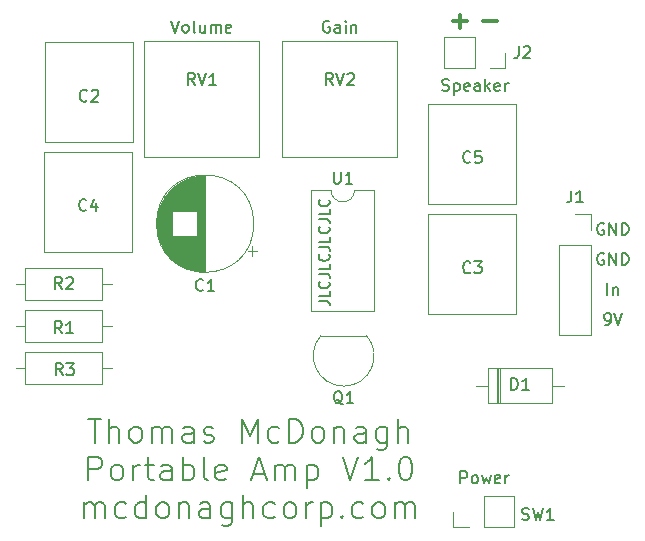
<source format=gbr>
G04 #@! TF.GenerationSoftware,KiCad,Pcbnew,(5.1.6)-1*
G04 #@! TF.CreationDate,2021-04-21T08:47:47-05:00*
G04 #@! TF.ProjectId,PortableAmp,506f7274-6162-46c6-9541-6d702e6b6963,rev?*
G04 #@! TF.SameCoordinates,Original*
G04 #@! TF.FileFunction,Legend,Top*
G04 #@! TF.FilePolarity,Positive*
%FSLAX46Y46*%
G04 Gerber Fmt 4.6, Leading zero omitted, Abs format (unit mm)*
G04 Created by KiCad (PCBNEW (5.1.6)-1) date 2021-04-21 08:47:47*
%MOMM*%
%LPD*%
G01*
G04 APERTURE LIST*
%ADD10C,0.150000*%
%ADD11C,0.200000*%
%ADD12C,0.300000*%
%ADD13C,0.120000*%
G04 APERTURE END LIST*
D10*
X142295809Y-115452380D02*
X142295809Y-114452380D01*
X142676761Y-114452380D01*
X142772000Y-114500000D01*
X142819619Y-114547619D01*
X142867238Y-114642857D01*
X142867238Y-114785714D01*
X142819619Y-114880952D01*
X142772000Y-114928571D01*
X142676761Y-114976190D01*
X142295809Y-114976190D01*
X143438666Y-115452380D02*
X143343428Y-115404761D01*
X143295809Y-115357142D01*
X143248190Y-115261904D01*
X143248190Y-114976190D01*
X143295809Y-114880952D01*
X143343428Y-114833333D01*
X143438666Y-114785714D01*
X143581523Y-114785714D01*
X143676761Y-114833333D01*
X143724380Y-114880952D01*
X143772000Y-114976190D01*
X143772000Y-115261904D01*
X143724380Y-115357142D01*
X143676761Y-115404761D01*
X143581523Y-115452380D01*
X143438666Y-115452380D01*
X144105333Y-114785714D02*
X144295809Y-115452380D01*
X144486285Y-114976190D01*
X144676761Y-115452380D01*
X144867238Y-114785714D01*
X145629142Y-115404761D02*
X145533904Y-115452380D01*
X145343428Y-115452380D01*
X145248190Y-115404761D01*
X145200571Y-115309523D01*
X145200571Y-114928571D01*
X145248190Y-114833333D01*
X145343428Y-114785714D01*
X145533904Y-114785714D01*
X145629142Y-114833333D01*
X145676761Y-114928571D01*
X145676761Y-115023809D01*
X145200571Y-115119047D01*
X146105333Y-115452380D02*
X146105333Y-114785714D01*
X146105333Y-114976190D02*
X146152952Y-114880952D01*
X146200571Y-114833333D01*
X146295809Y-114785714D01*
X146391047Y-114785714D01*
D11*
X110745714Y-110004761D02*
X111888571Y-110004761D01*
X111317142Y-112004761D02*
X111317142Y-110004761D01*
X112555238Y-112004761D02*
X112555238Y-110004761D01*
X113412380Y-112004761D02*
X113412380Y-110957142D01*
X113317142Y-110766666D01*
X113126666Y-110671428D01*
X112840952Y-110671428D01*
X112650476Y-110766666D01*
X112555238Y-110861904D01*
X114650476Y-112004761D02*
X114460000Y-111909523D01*
X114364761Y-111814285D01*
X114269523Y-111623809D01*
X114269523Y-111052380D01*
X114364761Y-110861904D01*
X114460000Y-110766666D01*
X114650476Y-110671428D01*
X114936190Y-110671428D01*
X115126666Y-110766666D01*
X115221904Y-110861904D01*
X115317142Y-111052380D01*
X115317142Y-111623809D01*
X115221904Y-111814285D01*
X115126666Y-111909523D01*
X114936190Y-112004761D01*
X114650476Y-112004761D01*
X116174285Y-112004761D02*
X116174285Y-110671428D01*
X116174285Y-110861904D02*
X116269523Y-110766666D01*
X116460000Y-110671428D01*
X116745714Y-110671428D01*
X116936190Y-110766666D01*
X117031428Y-110957142D01*
X117031428Y-112004761D01*
X117031428Y-110957142D02*
X117126666Y-110766666D01*
X117317142Y-110671428D01*
X117602857Y-110671428D01*
X117793333Y-110766666D01*
X117888571Y-110957142D01*
X117888571Y-112004761D01*
X119698095Y-112004761D02*
X119698095Y-110957142D01*
X119602857Y-110766666D01*
X119412380Y-110671428D01*
X119031428Y-110671428D01*
X118840952Y-110766666D01*
X119698095Y-111909523D02*
X119507619Y-112004761D01*
X119031428Y-112004761D01*
X118840952Y-111909523D01*
X118745714Y-111719047D01*
X118745714Y-111528571D01*
X118840952Y-111338095D01*
X119031428Y-111242857D01*
X119507619Y-111242857D01*
X119698095Y-111147619D01*
X120555238Y-111909523D02*
X120745714Y-112004761D01*
X121126666Y-112004761D01*
X121317142Y-111909523D01*
X121412380Y-111719047D01*
X121412380Y-111623809D01*
X121317142Y-111433333D01*
X121126666Y-111338095D01*
X120840952Y-111338095D01*
X120650476Y-111242857D01*
X120555238Y-111052380D01*
X120555238Y-110957142D01*
X120650476Y-110766666D01*
X120840952Y-110671428D01*
X121126666Y-110671428D01*
X121317142Y-110766666D01*
X123793333Y-112004761D02*
X123793333Y-110004761D01*
X124460000Y-111433333D01*
X125126666Y-110004761D01*
X125126666Y-112004761D01*
X126936190Y-111909523D02*
X126745714Y-112004761D01*
X126364761Y-112004761D01*
X126174285Y-111909523D01*
X126079047Y-111814285D01*
X125983809Y-111623809D01*
X125983809Y-111052380D01*
X126079047Y-110861904D01*
X126174285Y-110766666D01*
X126364761Y-110671428D01*
X126745714Y-110671428D01*
X126936190Y-110766666D01*
X127793333Y-112004761D02*
X127793333Y-110004761D01*
X128269523Y-110004761D01*
X128555238Y-110100000D01*
X128745714Y-110290476D01*
X128840952Y-110480952D01*
X128936190Y-110861904D01*
X128936190Y-111147619D01*
X128840952Y-111528571D01*
X128745714Y-111719047D01*
X128555238Y-111909523D01*
X128269523Y-112004761D01*
X127793333Y-112004761D01*
X130079047Y-112004761D02*
X129888571Y-111909523D01*
X129793333Y-111814285D01*
X129698095Y-111623809D01*
X129698095Y-111052380D01*
X129793333Y-110861904D01*
X129888571Y-110766666D01*
X130079047Y-110671428D01*
X130364761Y-110671428D01*
X130555238Y-110766666D01*
X130650476Y-110861904D01*
X130745714Y-111052380D01*
X130745714Y-111623809D01*
X130650476Y-111814285D01*
X130555238Y-111909523D01*
X130364761Y-112004761D01*
X130079047Y-112004761D01*
X131602857Y-110671428D02*
X131602857Y-112004761D01*
X131602857Y-110861904D02*
X131698095Y-110766666D01*
X131888571Y-110671428D01*
X132174285Y-110671428D01*
X132364761Y-110766666D01*
X132460000Y-110957142D01*
X132460000Y-112004761D01*
X134269523Y-112004761D02*
X134269523Y-110957142D01*
X134174285Y-110766666D01*
X133983809Y-110671428D01*
X133602857Y-110671428D01*
X133412380Y-110766666D01*
X134269523Y-111909523D02*
X134079047Y-112004761D01*
X133602857Y-112004761D01*
X133412380Y-111909523D01*
X133317142Y-111719047D01*
X133317142Y-111528571D01*
X133412380Y-111338095D01*
X133602857Y-111242857D01*
X134079047Y-111242857D01*
X134269523Y-111147619D01*
X136079047Y-110671428D02*
X136079047Y-112290476D01*
X135983809Y-112480952D01*
X135888571Y-112576190D01*
X135698095Y-112671428D01*
X135412380Y-112671428D01*
X135221904Y-112576190D01*
X136079047Y-111909523D02*
X135888571Y-112004761D01*
X135507619Y-112004761D01*
X135317142Y-111909523D01*
X135221904Y-111814285D01*
X135126666Y-111623809D01*
X135126666Y-111052380D01*
X135221904Y-110861904D01*
X135317142Y-110766666D01*
X135507619Y-110671428D01*
X135888571Y-110671428D01*
X136079047Y-110766666D01*
X137031428Y-112004761D02*
X137031428Y-110004761D01*
X137888571Y-112004761D02*
X137888571Y-110957142D01*
X137793333Y-110766666D01*
X137602857Y-110671428D01*
X137317142Y-110671428D01*
X137126666Y-110766666D01*
X137031428Y-110861904D01*
X110793333Y-115204761D02*
X110793333Y-113204761D01*
X111555238Y-113204761D01*
X111745714Y-113300000D01*
X111840952Y-113395238D01*
X111936190Y-113585714D01*
X111936190Y-113871428D01*
X111840952Y-114061904D01*
X111745714Y-114157142D01*
X111555238Y-114252380D01*
X110793333Y-114252380D01*
X113079047Y-115204761D02*
X112888571Y-115109523D01*
X112793333Y-115014285D01*
X112698095Y-114823809D01*
X112698095Y-114252380D01*
X112793333Y-114061904D01*
X112888571Y-113966666D01*
X113079047Y-113871428D01*
X113364761Y-113871428D01*
X113555238Y-113966666D01*
X113650476Y-114061904D01*
X113745714Y-114252380D01*
X113745714Y-114823809D01*
X113650476Y-115014285D01*
X113555238Y-115109523D01*
X113364761Y-115204761D01*
X113079047Y-115204761D01*
X114602857Y-115204761D02*
X114602857Y-113871428D01*
X114602857Y-114252380D02*
X114698095Y-114061904D01*
X114793333Y-113966666D01*
X114983809Y-113871428D01*
X115174285Y-113871428D01*
X115555238Y-113871428D02*
X116317142Y-113871428D01*
X115840952Y-113204761D02*
X115840952Y-114919047D01*
X115936190Y-115109523D01*
X116126666Y-115204761D01*
X116317142Y-115204761D01*
X117840952Y-115204761D02*
X117840952Y-114157142D01*
X117745714Y-113966666D01*
X117555238Y-113871428D01*
X117174285Y-113871428D01*
X116983809Y-113966666D01*
X117840952Y-115109523D02*
X117650476Y-115204761D01*
X117174285Y-115204761D01*
X116983809Y-115109523D01*
X116888571Y-114919047D01*
X116888571Y-114728571D01*
X116983809Y-114538095D01*
X117174285Y-114442857D01*
X117650476Y-114442857D01*
X117840952Y-114347619D01*
X118793333Y-115204761D02*
X118793333Y-113204761D01*
X118793333Y-113966666D02*
X118983809Y-113871428D01*
X119364761Y-113871428D01*
X119555238Y-113966666D01*
X119650476Y-114061904D01*
X119745714Y-114252380D01*
X119745714Y-114823809D01*
X119650476Y-115014285D01*
X119555238Y-115109523D01*
X119364761Y-115204761D01*
X118983809Y-115204761D01*
X118793333Y-115109523D01*
X120888571Y-115204761D02*
X120698095Y-115109523D01*
X120602857Y-114919047D01*
X120602857Y-113204761D01*
X122412380Y-115109523D02*
X122221904Y-115204761D01*
X121840952Y-115204761D01*
X121650476Y-115109523D01*
X121555238Y-114919047D01*
X121555238Y-114157142D01*
X121650476Y-113966666D01*
X121840952Y-113871428D01*
X122221904Y-113871428D01*
X122412380Y-113966666D01*
X122507619Y-114157142D01*
X122507619Y-114347619D01*
X121555238Y-114538095D01*
X124793333Y-114633333D02*
X125745714Y-114633333D01*
X124602857Y-115204761D02*
X125269523Y-113204761D01*
X125936190Y-115204761D01*
X126602857Y-115204761D02*
X126602857Y-113871428D01*
X126602857Y-114061904D02*
X126698095Y-113966666D01*
X126888571Y-113871428D01*
X127174285Y-113871428D01*
X127364761Y-113966666D01*
X127460000Y-114157142D01*
X127460000Y-115204761D01*
X127460000Y-114157142D02*
X127555238Y-113966666D01*
X127745714Y-113871428D01*
X128031428Y-113871428D01*
X128221904Y-113966666D01*
X128317142Y-114157142D01*
X128317142Y-115204761D01*
X129269523Y-113871428D02*
X129269523Y-115871428D01*
X129269523Y-113966666D02*
X129460000Y-113871428D01*
X129840952Y-113871428D01*
X130031428Y-113966666D01*
X130126666Y-114061904D01*
X130221904Y-114252380D01*
X130221904Y-114823809D01*
X130126666Y-115014285D01*
X130031428Y-115109523D01*
X129840952Y-115204761D01*
X129460000Y-115204761D01*
X129269523Y-115109523D01*
X132317142Y-113204761D02*
X132983809Y-115204761D01*
X133650476Y-113204761D01*
X135364761Y-115204761D02*
X134221904Y-115204761D01*
X134793333Y-115204761D02*
X134793333Y-113204761D01*
X134602857Y-113490476D01*
X134412380Y-113680952D01*
X134221904Y-113776190D01*
X136221904Y-115014285D02*
X136317142Y-115109523D01*
X136221904Y-115204761D01*
X136126666Y-115109523D01*
X136221904Y-115014285D01*
X136221904Y-115204761D01*
X137555238Y-113204761D02*
X137745714Y-113204761D01*
X137936190Y-113300000D01*
X138031428Y-113395238D01*
X138126666Y-113585714D01*
X138221904Y-113966666D01*
X138221904Y-114442857D01*
X138126666Y-114823809D01*
X138031428Y-115014285D01*
X137936190Y-115109523D01*
X137745714Y-115204761D01*
X137555238Y-115204761D01*
X137364761Y-115109523D01*
X137269523Y-115014285D01*
X137174285Y-114823809D01*
X137079047Y-114442857D01*
X137079047Y-113966666D01*
X137174285Y-113585714D01*
X137269523Y-113395238D01*
X137364761Y-113300000D01*
X137555238Y-113204761D01*
X110460000Y-118404761D02*
X110460000Y-117071428D01*
X110460000Y-117261904D02*
X110555238Y-117166666D01*
X110745714Y-117071428D01*
X111031428Y-117071428D01*
X111221904Y-117166666D01*
X111317142Y-117357142D01*
X111317142Y-118404761D01*
X111317142Y-117357142D02*
X111412380Y-117166666D01*
X111602857Y-117071428D01*
X111888571Y-117071428D01*
X112079047Y-117166666D01*
X112174285Y-117357142D01*
X112174285Y-118404761D01*
X113983809Y-118309523D02*
X113793333Y-118404761D01*
X113412380Y-118404761D01*
X113221904Y-118309523D01*
X113126666Y-118214285D01*
X113031428Y-118023809D01*
X113031428Y-117452380D01*
X113126666Y-117261904D01*
X113221904Y-117166666D01*
X113412380Y-117071428D01*
X113793333Y-117071428D01*
X113983809Y-117166666D01*
X115698095Y-118404761D02*
X115698095Y-116404761D01*
X115698095Y-118309523D02*
X115507619Y-118404761D01*
X115126666Y-118404761D01*
X114936190Y-118309523D01*
X114840952Y-118214285D01*
X114745714Y-118023809D01*
X114745714Y-117452380D01*
X114840952Y-117261904D01*
X114936190Y-117166666D01*
X115126666Y-117071428D01*
X115507619Y-117071428D01*
X115698095Y-117166666D01*
X116936190Y-118404761D02*
X116745714Y-118309523D01*
X116650476Y-118214285D01*
X116555238Y-118023809D01*
X116555238Y-117452380D01*
X116650476Y-117261904D01*
X116745714Y-117166666D01*
X116936190Y-117071428D01*
X117221904Y-117071428D01*
X117412380Y-117166666D01*
X117507619Y-117261904D01*
X117602857Y-117452380D01*
X117602857Y-118023809D01*
X117507619Y-118214285D01*
X117412380Y-118309523D01*
X117221904Y-118404761D01*
X116936190Y-118404761D01*
X118460000Y-117071428D02*
X118460000Y-118404761D01*
X118460000Y-117261904D02*
X118555238Y-117166666D01*
X118745714Y-117071428D01*
X119031428Y-117071428D01*
X119221904Y-117166666D01*
X119317142Y-117357142D01*
X119317142Y-118404761D01*
X121126666Y-118404761D02*
X121126666Y-117357142D01*
X121031428Y-117166666D01*
X120840952Y-117071428D01*
X120460000Y-117071428D01*
X120269523Y-117166666D01*
X121126666Y-118309523D02*
X120936190Y-118404761D01*
X120460000Y-118404761D01*
X120269523Y-118309523D01*
X120174285Y-118119047D01*
X120174285Y-117928571D01*
X120269523Y-117738095D01*
X120460000Y-117642857D01*
X120936190Y-117642857D01*
X121126666Y-117547619D01*
X122936190Y-117071428D02*
X122936190Y-118690476D01*
X122840952Y-118880952D01*
X122745714Y-118976190D01*
X122555238Y-119071428D01*
X122269523Y-119071428D01*
X122079047Y-118976190D01*
X122936190Y-118309523D02*
X122745714Y-118404761D01*
X122364761Y-118404761D01*
X122174285Y-118309523D01*
X122079047Y-118214285D01*
X121983809Y-118023809D01*
X121983809Y-117452380D01*
X122079047Y-117261904D01*
X122174285Y-117166666D01*
X122364761Y-117071428D01*
X122745714Y-117071428D01*
X122936190Y-117166666D01*
X123888571Y-118404761D02*
X123888571Y-116404761D01*
X124745714Y-118404761D02*
X124745714Y-117357142D01*
X124650476Y-117166666D01*
X124460000Y-117071428D01*
X124174285Y-117071428D01*
X123983809Y-117166666D01*
X123888571Y-117261904D01*
X126555238Y-118309523D02*
X126364761Y-118404761D01*
X125983809Y-118404761D01*
X125793333Y-118309523D01*
X125698095Y-118214285D01*
X125602857Y-118023809D01*
X125602857Y-117452380D01*
X125698095Y-117261904D01*
X125793333Y-117166666D01*
X125983809Y-117071428D01*
X126364761Y-117071428D01*
X126555238Y-117166666D01*
X127698095Y-118404761D02*
X127507619Y-118309523D01*
X127412380Y-118214285D01*
X127317142Y-118023809D01*
X127317142Y-117452380D01*
X127412380Y-117261904D01*
X127507619Y-117166666D01*
X127698095Y-117071428D01*
X127983809Y-117071428D01*
X128174285Y-117166666D01*
X128269523Y-117261904D01*
X128364761Y-117452380D01*
X128364761Y-118023809D01*
X128269523Y-118214285D01*
X128174285Y-118309523D01*
X127983809Y-118404761D01*
X127698095Y-118404761D01*
X129221904Y-118404761D02*
X129221904Y-117071428D01*
X129221904Y-117452380D02*
X129317142Y-117261904D01*
X129412380Y-117166666D01*
X129602857Y-117071428D01*
X129793333Y-117071428D01*
X130460000Y-117071428D02*
X130460000Y-119071428D01*
X130460000Y-117166666D02*
X130650476Y-117071428D01*
X131031428Y-117071428D01*
X131221904Y-117166666D01*
X131317142Y-117261904D01*
X131412380Y-117452380D01*
X131412380Y-118023809D01*
X131317142Y-118214285D01*
X131221904Y-118309523D01*
X131031428Y-118404761D01*
X130650476Y-118404761D01*
X130460000Y-118309523D01*
X132269523Y-118214285D02*
X132364761Y-118309523D01*
X132269523Y-118404761D01*
X132174285Y-118309523D01*
X132269523Y-118214285D01*
X132269523Y-118404761D01*
X134079047Y-118309523D02*
X133888571Y-118404761D01*
X133507619Y-118404761D01*
X133317142Y-118309523D01*
X133221904Y-118214285D01*
X133126666Y-118023809D01*
X133126666Y-117452380D01*
X133221904Y-117261904D01*
X133317142Y-117166666D01*
X133507619Y-117071428D01*
X133888571Y-117071428D01*
X134079047Y-117166666D01*
X135221904Y-118404761D02*
X135031428Y-118309523D01*
X134936190Y-118214285D01*
X134840952Y-118023809D01*
X134840952Y-117452380D01*
X134936190Y-117261904D01*
X135031428Y-117166666D01*
X135221904Y-117071428D01*
X135507619Y-117071428D01*
X135698095Y-117166666D01*
X135793333Y-117261904D01*
X135888571Y-117452380D01*
X135888571Y-118023809D01*
X135793333Y-118214285D01*
X135698095Y-118309523D01*
X135507619Y-118404761D01*
X135221904Y-118404761D01*
X136745714Y-118404761D02*
X136745714Y-117071428D01*
X136745714Y-117261904D02*
X136840952Y-117166666D01*
X137031428Y-117071428D01*
X137317142Y-117071428D01*
X137507619Y-117166666D01*
X137602857Y-117357142D01*
X137602857Y-118404761D01*
X137602857Y-117357142D02*
X137698095Y-117166666D01*
X137888571Y-117071428D01*
X138174285Y-117071428D01*
X138364761Y-117166666D01*
X138460000Y-117357142D01*
X138460000Y-118404761D01*
D10*
X131199047Y-76335000D02*
X131103809Y-76287380D01*
X130960952Y-76287380D01*
X130818095Y-76335000D01*
X130722857Y-76430238D01*
X130675238Y-76525476D01*
X130627619Y-76715952D01*
X130627619Y-76858809D01*
X130675238Y-77049285D01*
X130722857Y-77144523D01*
X130818095Y-77239761D01*
X130960952Y-77287380D01*
X131056190Y-77287380D01*
X131199047Y-77239761D01*
X131246666Y-77192142D01*
X131246666Y-76858809D01*
X131056190Y-76858809D01*
X132103809Y-77287380D02*
X132103809Y-76763571D01*
X132056190Y-76668333D01*
X131960952Y-76620714D01*
X131770476Y-76620714D01*
X131675238Y-76668333D01*
X132103809Y-77239761D02*
X132008571Y-77287380D01*
X131770476Y-77287380D01*
X131675238Y-77239761D01*
X131627619Y-77144523D01*
X131627619Y-77049285D01*
X131675238Y-76954047D01*
X131770476Y-76906428D01*
X132008571Y-76906428D01*
X132103809Y-76858809D01*
X132580000Y-77287380D02*
X132580000Y-76620714D01*
X132580000Y-76287380D02*
X132532380Y-76335000D01*
X132580000Y-76382619D01*
X132627619Y-76335000D01*
X132580000Y-76287380D01*
X132580000Y-76382619D01*
X133056190Y-76620714D02*
X133056190Y-77287380D01*
X133056190Y-76715952D02*
X133103809Y-76668333D01*
X133199047Y-76620714D01*
X133341904Y-76620714D01*
X133437142Y-76668333D01*
X133484761Y-76763571D01*
X133484761Y-77287380D01*
X117800761Y-76287380D02*
X118134095Y-77287380D01*
X118467428Y-76287380D01*
X118943619Y-77287380D02*
X118848380Y-77239761D01*
X118800761Y-77192142D01*
X118753142Y-77096904D01*
X118753142Y-76811190D01*
X118800761Y-76715952D01*
X118848380Y-76668333D01*
X118943619Y-76620714D01*
X119086476Y-76620714D01*
X119181714Y-76668333D01*
X119229333Y-76715952D01*
X119276952Y-76811190D01*
X119276952Y-77096904D01*
X119229333Y-77192142D01*
X119181714Y-77239761D01*
X119086476Y-77287380D01*
X118943619Y-77287380D01*
X119848380Y-77287380D02*
X119753142Y-77239761D01*
X119705523Y-77144523D01*
X119705523Y-76287380D01*
X120657904Y-76620714D02*
X120657904Y-77287380D01*
X120229333Y-76620714D02*
X120229333Y-77144523D01*
X120276952Y-77239761D01*
X120372190Y-77287380D01*
X120515047Y-77287380D01*
X120610285Y-77239761D01*
X120657904Y-77192142D01*
X121134095Y-77287380D02*
X121134095Y-76620714D01*
X121134095Y-76715952D02*
X121181714Y-76668333D01*
X121276952Y-76620714D01*
X121419809Y-76620714D01*
X121515047Y-76668333D01*
X121562666Y-76763571D01*
X121562666Y-77287380D01*
X121562666Y-76763571D02*
X121610285Y-76668333D01*
X121705523Y-76620714D01*
X121848380Y-76620714D01*
X121943619Y-76668333D01*
X121991238Y-76763571D01*
X121991238Y-77287380D01*
X122848380Y-77239761D02*
X122753142Y-77287380D01*
X122562666Y-77287380D01*
X122467428Y-77239761D01*
X122419809Y-77144523D01*
X122419809Y-76763571D01*
X122467428Y-76668333D01*
X122562666Y-76620714D01*
X122753142Y-76620714D01*
X122848380Y-76668333D01*
X122896000Y-76763571D01*
X122896000Y-76858809D01*
X122419809Y-76954047D01*
X130317142Y-100042142D02*
X130960000Y-100042142D01*
X131088571Y-100085000D01*
X131174285Y-100170714D01*
X131217142Y-100299285D01*
X131217142Y-100385000D01*
X131217142Y-99185000D02*
X131217142Y-99613571D01*
X130317142Y-99613571D01*
X131131428Y-98370714D02*
X131174285Y-98413571D01*
X131217142Y-98542142D01*
X131217142Y-98627857D01*
X131174285Y-98756428D01*
X131088571Y-98842142D01*
X131002857Y-98885000D01*
X130831428Y-98927857D01*
X130702857Y-98927857D01*
X130531428Y-98885000D01*
X130445714Y-98842142D01*
X130360000Y-98756428D01*
X130317142Y-98627857D01*
X130317142Y-98542142D01*
X130360000Y-98413571D01*
X130402857Y-98370714D01*
X130317142Y-97727857D02*
X130960000Y-97727857D01*
X131088571Y-97770714D01*
X131174285Y-97856428D01*
X131217142Y-97985000D01*
X131217142Y-98070714D01*
X131217142Y-96870714D02*
X131217142Y-97299285D01*
X130317142Y-97299285D01*
X131131428Y-96056428D02*
X131174285Y-96099285D01*
X131217142Y-96227857D01*
X131217142Y-96313571D01*
X131174285Y-96442142D01*
X131088571Y-96527857D01*
X131002857Y-96570714D01*
X130831428Y-96613571D01*
X130702857Y-96613571D01*
X130531428Y-96570714D01*
X130445714Y-96527857D01*
X130360000Y-96442142D01*
X130317142Y-96313571D01*
X130317142Y-96227857D01*
X130360000Y-96099285D01*
X130402857Y-96056428D01*
X130317142Y-95413571D02*
X130960000Y-95413571D01*
X131088571Y-95456428D01*
X131174285Y-95542142D01*
X131217142Y-95670714D01*
X131217142Y-95756428D01*
X131217142Y-94556428D02*
X131217142Y-94985000D01*
X130317142Y-94985000D01*
X131131428Y-93742142D02*
X131174285Y-93785000D01*
X131217142Y-93913571D01*
X131217142Y-93999285D01*
X131174285Y-94127857D01*
X131088571Y-94213571D01*
X131002857Y-94256428D01*
X130831428Y-94299285D01*
X130702857Y-94299285D01*
X130531428Y-94256428D01*
X130445714Y-94213571D01*
X130360000Y-94127857D01*
X130317142Y-93999285D01*
X130317142Y-93913571D01*
X130360000Y-93785000D01*
X130402857Y-93742142D01*
X130317142Y-93099285D02*
X130960000Y-93099285D01*
X131088571Y-93142142D01*
X131174285Y-93227857D01*
X131217142Y-93356428D01*
X131217142Y-93442142D01*
X131217142Y-92242142D02*
X131217142Y-92670714D01*
X130317142Y-92670714D01*
X131131428Y-91427857D02*
X131174285Y-91470714D01*
X131217142Y-91599285D01*
X131217142Y-91685000D01*
X131174285Y-91813571D01*
X131088571Y-91899285D01*
X131002857Y-91942142D01*
X130831428Y-91985000D01*
X130702857Y-91985000D01*
X130531428Y-91942142D01*
X130445714Y-91899285D01*
X130360000Y-91813571D01*
X130317142Y-91685000D01*
X130317142Y-91599285D01*
X130360000Y-91470714D01*
X130402857Y-91427857D01*
D12*
X144208571Y-76337142D02*
X145351428Y-76337142D01*
X141668571Y-76337142D02*
X142811428Y-76337142D01*
X142240000Y-76908571D02*
X142240000Y-75765714D01*
D10*
X140748095Y-82174761D02*
X140890952Y-82222380D01*
X141129047Y-82222380D01*
X141224285Y-82174761D01*
X141271904Y-82127142D01*
X141319523Y-82031904D01*
X141319523Y-81936666D01*
X141271904Y-81841428D01*
X141224285Y-81793809D01*
X141129047Y-81746190D01*
X140938571Y-81698571D01*
X140843333Y-81650952D01*
X140795714Y-81603333D01*
X140748095Y-81508095D01*
X140748095Y-81412857D01*
X140795714Y-81317619D01*
X140843333Y-81270000D01*
X140938571Y-81222380D01*
X141176666Y-81222380D01*
X141319523Y-81270000D01*
X141748095Y-81555714D02*
X141748095Y-82555714D01*
X141748095Y-81603333D02*
X141843333Y-81555714D01*
X142033809Y-81555714D01*
X142129047Y-81603333D01*
X142176666Y-81650952D01*
X142224285Y-81746190D01*
X142224285Y-82031904D01*
X142176666Y-82127142D01*
X142129047Y-82174761D01*
X142033809Y-82222380D01*
X141843333Y-82222380D01*
X141748095Y-82174761D01*
X143033809Y-82174761D02*
X142938571Y-82222380D01*
X142748095Y-82222380D01*
X142652857Y-82174761D01*
X142605238Y-82079523D01*
X142605238Y-81698571D01*
X142652857Y-81603333D01*
X142748095Y-81555714D01*
X142938571Y-81555714D01*
X143033809Y-81603333D01*
X143081428Y-81698571D01*
X143081428Y-81793809D01*
X142605238Y-81889047D01*
X143938571Y-82222380D02*
X143938571Y-81698571D01*
X143890952Y-81603333D01*
X143795714Y-81555714D01*
X143605238Y-81555714D01*
X143510000Y-81603333D01*
X143938571Y-82174761D02*
X143843333Y-82222380D01*
X143605238Y-82222380D01*
X143510000Y-82174761D01*
X143462380Y-82079523D01*
X143462380Y-81984285D01*
X143510000Y-81889047D01*
X143605238Y-81841428D01*
X143843333Y-81841428D01*
X143938571Y-81793809D01*
X144414761Y-82222380D02*
X144414761Y-81222380D01*
X144510000Y-81841428D02*
X144795714Y-82222380D01*
X144795714Y-81555714D02*
X144414761Y-81936666D01*
X145605238Y-82174761D02*
X145510000Y-82222380D01*
X145319523Y-82222380D01*
X145224285Y-82174761D01*
X145176666Y-82079523D01*
X145176666Y-81698571D01*
X145224285Y-81603333D01*
X145319523Y-81555714D01*
X145510000Y-81555714D01*
X145605238Y-81603333D01*
X145652857Y-81698571D01*
X145652857Y-81793809D01*
X145176666Y-81889047D01*
X146081428Y-82222380D02*
X146081428Y-81555714D01*
X146081428Y-81746190D02*
X146129047Y-81650952D01*
X146176666Y-81603333D01*
X146271904Y-81555714D01*
X146367142Y-81555714D01*
X154432095Y-93480000D02*
X154336857Y-93432380D01*
X154194000Y-93432380D01*
X154051142Y-93480000D01*
X153955904Y-93575238D01*
X153908285Y-93670476D01*
X153860666Y-93860952D01*
X153860666Y-94003809D01*
X153908285Y-94194285D01*
X153955904Y-94289523D01*
X154051142Y-94384761D01*
X154194000Y-94432380D01*
X154289238Y-94432380D01*
X154432095Y-94384761D01*
X154479714Y-94337142D01*
X154479714Y-94003809D01*
X154289238Y-94003809D01*
X154908285Y-94432380D02*
X154908285Y-93432380D01*
X155479714Y-94432380D01*
X155479714Y-93432380D01*
X155955904Y-94432380D02*
X155955904Y-93432380D01*
X156194000Y-93432380D01*
X156336857Y-93480000D01*
X156432095Y-93575238D01*
X156479714Y-93670476D01*
X156527333Y-93860952D01*
X156527333Y-94003809D01*
X156479714Y-94194285D01*
X156432095Y-94289523D01*
X156336857Y-94384761D01*
X156194000Y-94432380D01*
X155955904Y-94432380D01*
X154432095Y-96020000D02*
X154336857Y-95972380D01*
X154194000Y-95972380D01*
X154051142Y-96020000D01*
X153955904Y-96115238D01*
X153908285Y-96210476D01*
X153860666Y-96400952D01*
X153860666Y-96543809D01*
X153908285Y-96734285D01*
X153955904Y-96829523D01*
X154051142Y-96924761D01*
X154194000Y-96972380D01*
X154289238Y-96972380D01*
X154432095Y-96924761D01*
X154479714Y-96877142D01*
X154479714Y-96543809D01*
X154289238Y-96543809D01*
X154908285Y-96972380D02*
X154908285Y-95972380D01*
X155479714Y-96972380D01*
X155479714Y-95972380D01*
X155955904Y-96972380D02*
X155955904Y-95972380D01*
X156194000Y-95972380D01*
X156336857Y-96020000D01*
X156432095Y-96115238D01*
X156479714Y-96210476D01*
X156527333Y-96400952D01*
X156527333Y-96543809D01*
X156479714Y-96734285D01*
X156432095Y-96829523D01*
X156336857Y-96924761D01*
X156194000Y-96972380D01*
X155955904Y-96972380D01*
X154741619Y-99512380D02*
X154741619Y-98512380D01*
X155217809Y-98845714D02*
X155217809Y-99512380D01*
X155217809Y-98940952D02*
X155265428Y-98893333D01*
X155360666Y-98845714D01*
X155503523Y-98845714D01*
X155598761Y-98893333D01*
X155646380Y-98988571D01*
X155646380Y-99512380D01*
X154574952Y-102052380D02*
X154765428Y-102052380D01*
X154860666Y-102004761D01*
X154908285Y-101957142D01*
X155003523Y-101814285D01*
X155051142Y-101623809D01*
X155051142Y-101242857D01*
X155003523Y-101147619D01*
X154955904Y-101100000D01*
X154860666Y-101052380D01*
X154670190Y-101052380D01*
X154574952Y-101100000D01*
X154527333Y-101147619D01*
X154479714Y-101242857D01*
X154479714Y-101480952D01*
X154527333Y-101576190D01*
X154574952Y-101623809D01*
X154670190Y-101671428D01*
X154860666Y-101671428D01*
X154955904Y-101623809D01*
X155003523Y-101576190D01*
X155051142Y-101480952D01*
X155336857Y-101052380D02*
X155670190Y-102052380D01*
X156003523Y-101052380D01*
D13*
G04 #@! TO.C,C1*
X124798000Y-93472000D02*
G75*
G03*
X124798000Y-93472000I-4120000J0D01*
G01*
X120678000Y-97552000D02*
X120678000Y-89392000D01*
X120638000Y-97552000D02*
X120638000Y-89392000D01*
X120598000Y-97552000D02*
X120598000Y-89392000D01*
X120558000Y-97551000D02*
X120558000Y-89393000D01*
X120518000Y-97549000D02*
X120518000Y-89395000D01*
X120478000Y-97548000D02*
X120478000Y-89396000D01*
X120438000Y-97546000D02*
X120438000Y-89398000D01*
X120398000Y-97543000D02*
X120398000Y-89401000D01*
X120358000Y-97540000D02*
X120358000Y-89404000D01*
X120318000Y-97537000D02*
X120318000Y-89407000D01*
X120278000Y-97533000D02*
X120278000Y-89411000D01*
X120238000Y-97529000D02*
X120238000Y-89415000D01*
X120198000Y-97524000D02*
X120198000Y-89420000D01*
X120158000Y-97520000D02*
X120158000Y-89424000D01*
X120118000Y-97514000D02*
X120118000Y-89430000D01*
X120078000Y-97509000D02*
X120078000Y-89435000D01*
X120038000Y-97502000D02*
X120038000Y-89442000D01*
X119998000Y-97496000D02*
X119998000Y-89448000D01*
X119957000Y-97489000D02*
X119957000Y-94512000D01*
X119957000Y-92432000D02*
X119957000Y-89455000D01*
X119917000Y-97482000D02*
X119917000Y-94512000D01*
X119917000Y-92432000D02*
X119917000Y-89462000D01*
X119877000Y-97474000D02*
X119877000Y-94512000D01*
X119877000Y-92432000D02*
X119877000Y-89470000D01*
X119837000Y-97466000D02*
X119837000Y-94512000D01*
X119837000Y-92432000D02*
X119837000Y-89478000D01*
X119797000Y-97457000D02*
X119797000Y-94512000D01*
X119797000Y-92432000D02*
X119797000Y-89487000D01*
X119757000Y-97448000D02*
X119757000Y-94512000D01*
X119757000Y-92432000D02*
X119757000Y-89496000D01*
X119717000Y-97439000D02*
X119717000Y-94512000D01*
X119717000Y-92432000D02*
X119717000Y-89505000D01*
X119677000Y-97429000D02*
X119677000Y-94512000D01*
X119677000Y-92432000D02*
X119677000Y-89515000D01*
X119637000Y-97419000D02*
X119637000Y-94512000D01*
X119637000Y-92432000D02*
X119637000Y-89525000D01*
X119597000Y-97408000D02*
X119597000Y-94512000D01*
X119597000Y-92432000D02*
X119597000Y-89536000D01*
X119557000Y-97397000D02*
X119557000Y-94512000D01*
X119557000Y-92432000D02*
X119557000Y-89547000D01*
X119517000Y-97386000D02*
X119517000Y-94512000D01*
X119517000Y-92432000D02*
X119517000Y-89558000D01*
X119477000Y-97374000D02*
X119477000Y-94512000D01*
X119477000Y-92432000D02*
X119477000Y-89570000D01*
X119437000Y-97361000D02*
X119437000Y-94512000D01*
X119437000Y-92432000D02*
X119437000Y-89583000D01*
X119397000Y-97349000D02*
X119397000Y-94512000D01*
X119397000Y-92432000D02*
X119397000Y-89595000D01*
X119357000Y-97335000D02*
X119357000Y-94512000D01*
X119357000Y-92432000D02*
X119357000Y-89609000D01*
X119317000Y-97322000D02*
X119317000Y-94512000D01*
X119317000Y-92432000D02*
X119317000Y-89622000D01*
X119277000Y-97307000D02*
X119277000Y-94512000D01*
X119277000Y-92432000D02*
X119277000Y-89637000D01*
X119237000Y-97293000D02*
X119237000Y-94512000D01*
X119237000Y-92432000D02*
X119237000Y-89651000D01*
X119197000Y-97277000D02*
X119197000Y-94512000D01*
X119197000Y-92432000D02*
X119197000Y-89667000D01*
X119157000Y-97262000D02*
X119157000Y-94512000D01*
X119157000Y-92432000D02*
X119157000Y-89682000D01*
X119117000Y-97246000D02*
X119117000Y-94512000D01*
X119117000Y-92432000D02*
X119117000Y-89698000D01*
X119077000Y-97229000D02*
X119077000Y-94512000D01*
X119077000Y-92432000D02*
X119077000Y-89715000D01*
X119037000Y-97212000D02*
X119037000Y-94512000D01*
X119037000Y-92432000D02*
X119037000Y-89732000D01*
X118997000Y-97194000D02*
X118997000Y-94512000D01*
X118997000Y-92432000D02*
X118997000Y-89750000D01*
X118957000Y-97176000D02*
X118957000Y-94512000D01*
X118957000Y-92432000D02*
X118957000Y-89768000D01*
X118917000Y-97158000D02*
X118917000Y-94512000D01*
X118917000Y-92432000D02*
X118917000Y-89786000D01*
X118877000Y-97138000D02*
X118877000Y-94512000D01*
X118877000Y-92432000D02*
X118877000Y-89806000D01*
X118837000Y-97119000D02*
X118837000Y-94512000D01*
X118837000Y-92432000D02*
X118837000Y-89825000D01*
X118797000Y-97099000D02*
X118797000Y-94512000D01*
X118797000Y-92432000D02*
X118797000Y-89845000D01*
X118757000Y-97078000D02*
X118757000Y-94512000D01*
X118757000Y-92432000D02*
X118757000Y-89866000D01*
X118717000Y-97056000D02*
X118717000Y-94512000D01*
X118717000Y-92432000D02*
X118717000Y-89888000D01*
X118677000Y-97034000D02*
X118677000Y-94512000D01*
X118677000Y-92432000D02*
X118677000Y-89910000D01*
X118637000Y-97012000D02*
X118637000Y-94512000D01*
X118637000Y-92432000D02*
X118637000Y-89932000D01*
X118597000Y-96989000D02*
X118597000Y-94512000D01*
X118597000Y-92432000D02*
X118597000Y-89955000D01*
X118557000Y-96965000D02*
X118557000Y-94512000D01*
X118557000Y-92432000D02*
X118557000Y-89979000D01*
X118517000Y-96941000D02*
X118517000Y-94512000D01*
X118517000Y-92432000D02*
X118517000Y-90003000D01*
X118477000Y-96916000D02*
X118477000Y-94512000D01*
X118477000Y-92432000D02*
X118477000Y-90028000D01*
X118437000Y-96890000D02*
X118437000Y-94512000D01*
X118437000Y-92432000D02*
X118437000Y-90054000D01*
X118397000Y-96864000D02*
X118397000Y-94512000D01*
X118397000Y-92432000D02*
X118397000Y-90080000D01*
X118357000Y-96837000D02*
X118357000Y-94512000D01*
X118357000Y-92432000D02*
X118357000Y-90107000D01*
X118317000Y-96810000D02*
X118317000Y-94512000D01*
X118317000Y-92432000D02*
X118317000Y-90134000D01*
X118277000Y-96781000D02*
X118277000Y-94512000D01*
X118277000Y-92432000D02*
X118277000Y-90163000D01*
X118237000Y-96752000D02*
X118237000Y-94512000D01*
X118237000Y-92432000D02*
X118237000Y-90192000D01*
X118197000Y-96722000D02*
X118197000Y-94512000D01*
X118197000Y-92432000D02*
X118197000Y-90222000D01*
X118157000Y-96692000D02*
X118157000Y-94512000D01*
X118157000Y-92432000D02*
X118157000Y-90252000D01*
X118117000Y-96661000D02*
X118117000Y-94512000D01*
X118117000Y-92432000D02*
X118117000Y-90283000D01*
X118077000Y-96628000D02*
X118077000Y-94512000D01*
X118077000Y-92432000D02*
X118077000Y-90316000D01*
X118037000Y-96596000D02*
X118037000Y-94512000D01*
X118037000Y-92432000D02*
X118037000Y-90348000D01*
X117997000Y-96562000D02*
X117997000Y-94512000D01*
X117997000Y-92432000D02*
X117997000Y-90382000D01*
X117957000Y-96527000D02*
X117957000Y-94512000D01*
X117957000Y-92432000D02*
X117957000Y-90417000D01*
X117917000Y-96491000D02*
X117917000Y-94512000D01*
X117917000Y-92432000D02*
X117917000Y-90453000D01*
X117877000Y-96455000D02*
X117877000Y-90489000D01*
X117837000Y-96417000D02*
X117837000Y-90527000D01*
X117797000Y-96379000D02*
X117797000Y-90565000D01*
X117757000Y-96339000D02*
X117757000Y-90605000D01*
X117717000Y-96298000D02*
X117717000Y-90646000D01*
X117677000Y-96256000D02*
X117677000Y-90688000D01*
X117637000Y-96213000D02*
X117637000Y-90731000D01*
X117597000Y-96169000D02*
X117597000Y-90775000D01*
X117557000Y-96123000D02*
X117557000Y-90821000D01*
X117517000Y-96076000D02*
X117517000Y-90868000D01*
X117477000Y-96028000D02*
X117477000Y-90916000D01*
X117437000Y-95977000D02*
X117437000Y-90967000D01*
X117397000Y-95926000D02*
X117397000Y-91018000D01*
X117357000Y-95872000D02*
X117357000Y-91072000D01*
X117317000Y-95817000D02*
X117317000Y-91127000D01*
X117277000Y-95759000D02*
X117277000Y-91185000D01*
X117237000Y-95700000D02*
X117237000Y-91244000D01*
X117197000Y-95638000D02*
X117197000Y-91306000D01*
X117157000Y-95574000D02*
X117157000Y-91370000D01*
X117117000Y-95506000D02*
X117117000Y-91438000D01*
X117077000Y-95436000D02*
X117077000Y-91508000D01*
X117037000Y-95362000D02*
X117037000Y-91582000D01*
X116997000Y-95285000D02*
X116997000Y-91659000D01*
X116957000Y-95203000D02*
X116957000Y-91741000D01*
X116917000Y-95117000D02*
X116917000Y-91827000D01*
X116877000Y-95024000D02*
X116877000Y-91920000D01*
X116837000Y-94925000D02*
X116837000Y-92019000D01*
X116797000Y-94818000D02*
X116797000Y-92126000D01*
X116757000Y-94701000D02*
X116757000Y-92243000D01*
X116717000Y-94570000D02*
X116717000Y-92374000D01*
X116677000Y-94420000D02*
X116677000Y-92524000D01*
X116637000Y-94240000D02*
X116637000Y-92704000D01*
X116597000Y-94005000D02*
X116597000Y-92939000D01*
X125087698Y-95787000D02*
X124287698Y-95787000D01*
X124687698Y-96187000D02*
X124687698Y-95387000D01*
G04 #@! TO.C,C2*
X107127500Y-86587000D02*
X107127500Y-78097000D01*
X114567500Y-86587000D02*
X114567500Y-78097000D01*
X114567500Y-78097000D02*
X107127500Y-78097000D01*
X114567500Y-86587000D02*
X107127500Y-86587000D01*
G04 #@! TO.C,C3*
X147016000Y-101128500D02*
X139576000Y-101128500D01*
X147016000Y-92638500D02*
X139576000Y-92638500D01*
X147016000Y-101128500D02*
X147016000Y-92638500D01*
X139576000Y-101128500D02*
X139576000Y-92638500D01*
G04 #@! TO.C,C4*
X107064000Y-95858000D02*
X107064000Y-87368000D01*
X114504000Y-95858000D02*
X114504000Y-87368000D01*
X114504000Y-87368000D02*
X107064000Y-87368000D01*
X114504000Y-95858000D02*
X107064000Y-95858000D01*
G04 #@! TO.C,C5*
X147016000Y-91794000D02*
X139576000Y-91794000D01*
X147016000Y-83304000D02*
X139576000Y-83304000D01*
X147016000Y-91794000D02*
X147016000Y-83304000D01*
X139576000Y-91794000D02*
X139576000Y-83304000D01*
G04 #@! TO.C,D1*
X144600000Y-105718000D02*
X144600000Y-108658000D01*
X144600000Y-108658000D02*
X150040000Y-108658000D01*
X150040000Y-108658000D02*
X150040000Y-105718000D01*
X150040000Y-105718000D02*
X144600000Y-105718000D01*
X143580000Y-107188000D02*
X144600000Y-107188000D01*
X151060000Y-107188000D02*
X150040000Y-107188000D01*
X145500000Y-105718000D02*
X145500000Y-108658000D01*
X145620000Y-105718000D02*
X145620000Y-108658000D01*
X145380000Y-105718000D02*
X145380000Y-108658000D01*
G04 #@! TO.C,J1*
X150670000Y-95250000D02*
X153330000Y-95250000D01*
X150670000Y-95250000D02*
X150670000Y-102930000D01*
X150670000Y-102930000D02*
X153330000Y-102930000D01*
X153330000Y-95250000D02*
X153330000Y-102930000D01*
X153330000Y-92650000D02*
X153330000Y-93980000D01*
X152000000Y-92650000D02*
X153330000Y-92650000D01*
G04 #@! TO.C,J2*
X143510000Y-77670000D02*
X143510000Y-80330000D01*
X143510000Y-77670000D02*
X140910000Y-77670000D01*
X140910000Y-77670000D02*
X140910000Y-80330000D01*
X143510000Y-80330000D02*
X140910000Y-80330000D01*
X146110000Y-80330000D02*
X144780000Y-80330000D01*
X146110000Y-79000000D02*
X146110000Y-80330000D01*
G04 #@! TO.C,Q1*
X134354000Y-102948000D02*
X130504000Y-102948000D01*
X130465389Y-102957878D02*
G75*
G03*
X134354000Y-102948000I1948611J-1690122D01*
G01*
G04 #@! TO.C,R1*
X104672000Y-102108000D02*
X105442000Y-102108000D01*
X112752000Y-102108000D02*
X111982000Y-102108000D01*
X105442000Y-103478000D02*
X111982000Y-103478000D01*
X105442000Y-100738000D02*
X105442000Y-103478000D01*
X111982000Y-100738000D02*
X105442000Y-100738000D01*
X111982000Y-103478000D02*
X111982000Y-100738000D01*
G04 #@! TO.C,R2*
X105442000Y-97182000D02*
X105442000Y-99922000D01*
X105442000Y-99922000D02*
X111982000Y-99922000D01*
X111982000Y-99922000D02*
X111982000Y-97182000D01*
X111982000Y-97182000D02*
X105442000Y-97182000D01*
X104672000Y-98552000D02*
X105442000Y-98552000D01*
X112752000Y-98552000D02*
X111982000Y-98552000D01*
G04 #@! TO.C,R3*
X111982000Y-107034000D02*
X111982000Y-104294000D01*
X111982000Y-104294000D02*
X105442000Y-104294000D01*
X105442000Y-104294000D02*
X105442000Y-107034000D01*
X105442000Y-107034000D02*
X111982000Y-107034000D01*
X112752000Y-105664000D02*
X111982000Y-105664000D01*
X104672000Y-105664000D02*
X105442000Y-105664000D01*
G04 #@! TO.C,RV1*
X125281000Y-78034000D02*
X125281000Y-87804000D01*
X115511000Y-78034000D02*
X115511000Y-87804000D01*
X125281000Y-78034000D02*
X115511000Y-78034000D01*
X125281000Y-87804000D02*
X115511000Y-87804000D01*
G04 #@! TO.C,RV2*
X136965000Y-87804000D02*
X127195000Y-87804000D01*
X136965000Y-78034000D02*
X127195000Y-78034000D01*
X127195000Y-78034000D02*
X127195000Y-87804000D01*
X136965000Y-78034000D02*
X136965000Y-87804000D01*
G04 #@! TO.C,U1*
X131334000Y-90618000D02*
X129684000Y-90618000D01*
X129684000Y-90618000D02*
X129684000Y-100898000D01*
X129684000Y-100898000D02*
X134984000Y-100898000D01*
X134984000Y-100898000D02*
X134984000Y-90618000D01*
X134984000Y-90618000D02*
X133334000Y-90618000D01*
X133334000Y-90618000D02*
G75*
G02*
X131334000Y-90618000I-1000000J0D01*
G01*
G04 #@! TO.C,SW1*
X141672000Y-119186000D02*
X141672000Y-117856000D01*
X143002000Y-119186000D02*
X141672000Y-119186000D01*
X144272000Y-119186000D02*
X144272000Y-116526000D01*
X144272000Y-116526000D02*
X146872000Y-116526000D01*
X144272000Y-119186000D02*
X146872000Y-119186000D01*
X146872000Y-119186000D02*
X146872000Y-116526000D01*
G04 #@! TO.C,C1*
D10*
X120511333Y-99079142D02*
X120463714Y-99126761D01*
X120320857Y-99174380D01*
X120225619Y-99174380D01*
X120082761Y-99126761D01*
X119987523Y-99031523D01*
X119939904Y-98936285D01*
X119892285Y-98745809D01*
X119892285Y-98602952D01*
X119939904Y-98412476D01*
X119987523Y-98317238D01*
X120082761Y-98222000D01*
X120225619Y-98174380D01*
X120320857Y-98174380D01*
X120463714Y-98222000D01*
X120511333Y-98269619D01*
X121463714Y-99174380D02*
X120892285Y-99174380D01*
X121178000Y-99174380D02*
X121178000Y-98174380D01*
X121082761Y-98317238D01*
X120987523Y-98412476D01*
X120892285Y-98460095D01*
G04 #@! TO.C,C2*
X110680833Y-83034142D02*
X110633214Y-83081761D01*
X110490357Y-83129380D01*
X110395119Y-83129380D01*
X110252261Y-83081761D01*
X110157023Y-82986523D01*
X110109404Y-82891285D01*
X110061785Y-82700809D01*
X110061785Y-82557952D01*
X110109404Y-82367476D01*
X110157023Y-82272238D01*
X110252261Y-82177000D01*
X110395119Y-82129380D01*
X110490357Y-82129380D01*
X110633214Y-82177000D01*
X110680833Y-82224619D01*
X111061785Y-82224619D02*
X111109404Y-82177000D01*
X111204642Y-82129380D01*
X111442738Y-82129380D01*
X111537976Y-82177000D01*
X111585595Y-82224619D01*
X111633214Y-82319857D01*
X111633214Y-82415095D01*
X111585595Y-82557952D01*
X111014166Y-83129380D01*
X111633214Y-83129380D01*
G04 #@! TO.C,C3*
X143129333Y-97575642D02*
X143081714Y-97623261D01*
X142938857Y-97670880D01*
X142843619Y-97670880D01*
X142700761Y-97623261D01*
X142605523Y-97528023D01*
X142557904Y-97432785D01*
X142510285Y-97242309D01*
X142510285Y-97099452D01*
X142557904Y-96908976D01*
X142605523Y-96813738D01*
X142700761Y-96718500D01*
X142843619Y-96670880D01*
X142938857Y-96670880D01*
X143081714Y-96718500D01*
X143129333Y-96766119D01*
X143462666Y-96670880D02*
X144081714Y-96670880D01*
X143748380Y-97051833D01*
X143891238Y-97051833D01*
X143986476Y-97099452D01*
X144034095Y-97147071D01*
X144081714Y-97242309D01*
X144081714Y-97480404D01*
X144034095Y-97575642D01*
X143986476Y-97623261D01*
X143891238Y-97670880D01*
X143605523Y-97670880D01*
X143510285Y-97623261D01*
X143462666Y-97575642D01*
G04 #@! TO.C,C4*
X110617333Y-92305142D02*
X110569714Y-92352761D01*
X110426857Y-92400380D01*
X110331619Y-92400380D01*
X110188761Y-92352761D01*
X110093523Y-92257523D01*
X110045904Y-92162285D01*
X109998285Y-91971809D01*
X109998285Y-91828952D01*
X110045904Y-91638476D01*
X110093523Y-91543238D01*
X110188761Y-91448000D01*
X110331619Y-91400380D01*
X110426857Y-91400380D01*
X110569714Y-91448000D01*
X110617333Y-91495619D01*
X111474476Y-91733714D02*
X111474476Y-92400380D01*
X111236380Y-91352761D02*
X110998285Y-92067047D01*
X111617333Y-92067047D01*
G04 #@! TO.C,C5*
X143129333Y-88241142D02*
X143081714Y-88288761D01*
X142938857Y-88336380D01*
X142843619Y-88336380D01*
X142700761Y-88288761D01*
X142605523Y-88193523D01*
X142557904Y-88098285D01*
X142510285Y-87907809D01*
X142510285Y-87764952D01*
X142557904Y-87574476D01*
X142605523Y-87479238D01*
X142700761Y-87384000D01*
X142843619Y-87336380D01*
X142938857Y-87336380D01*
X143081714Y-87384000D01*
X143129333Y-87431619D01*
X144034095Y-87336380D02*
X143557904Y-87336380D01*
X143510285Y-87812571D01*
X143557904Y-87764952D01*
X143653142Y-87717333D01*
X143891238Y-87717333D01*
X143986476Y-87764952D01*
X144034095Y-87812571D01*
X144081714Y-87907809D01*
X144081714Y-88145904D01*
X144034095Y-88241142D01*
X143986476Y-88288761D01*
X143891238Y-88336380D01*
X143653142Y-88336380D01*
X143557904Y-88288761D01*
X143510285Y-88241142D01*
G04 #@! TO.C,D1*
X146581904Y-107539379D02*
X146581904Y-106539379D01*
X146820000Y-106539379D01*
X146962857Y-106586999D01*
X147058095Y-106682237D01*
X147105714Y-106777475D01*
X147153333Y-106967951D01*
X147153333Y-107110808D01*
X147105714Y-107301284D01*
X147058095Y-107396522D01*
X146962857Y-107491760D01*
X146820000Y-107539379D01*
X146581904Y-107539379D01*
X148105714Y-107539379D02*
X147534285Y-107539379D01*
X147820000Y-107539379D02*
X147820000Y-106539379D01*
X147724761Y-106682237D01*
X147629523Y-106777475D01*
X147534285Y-106825094D01*
G04 #@! TO.C,J1*
X151666666Y-90662380D02*
X151666666Y-91376666D01*
X151619047Y-91519523D01*
X151523809Y-91614761D01*
X151380952Y-91662380D01*
X151285714Y-91662380D01*
X152666666Y-91662380D02*
X152095238Y-91662380D01*
X152380952Y-91662380D02*
X152380952Y-90662380D01*
X152285714Y-90805238D01*
X152190476Y-90900476D01*
X152095238Y-90948095D01*
G04 #@! TO.C,J2*
X147216666Y-78452380D02*
X147216666Y-79166666D01*
X147169047Y-79309523D01*
X147073809Y-79404761D01*
X146930952Y-79452380D01*
X146835714Y-79452380D01*
X147645238Y-78547619D02*
X147692857Y-78500000D01*
X147788095Y-78452380D01*
X148026190Y-78452380D01*
X148121428Y-78500000D01*
X148169047Y-78547619D01*
X148216666Y-78642857D01*
X148216666Y-78738095D01*
X148169047Y-78880952D01*
X147597619Y-79452380D01*
X148216666Y-79452380D01*
G04 #@! TO.C,Q1*
X132318761Y-108755619D02*
X132223523Y-108708000D01*
X132128285Y-108612761D01*
X131985428Y-108469904D01*
X131890190Y-108422285D01*
X131794952Y-108422285D01*
X131842571Y-108660380D02*
X131747333Y-108612761D01*
X131652095Y-108517523D01*
X131604476Y-108327047D01*
X131604476Y-107993714D01*
X131652095Y-107803238D01*
X131747333Y-107708000D01*
X131842571Y-107660380D01*
X132033047Y-107660380D01*
X132128285Y-107708000D01*
X132223523Y-107803238D01*
X132271142Y-107993714D01*
X132271142Y-108327047D01*
X132223523Y-108517523D01*
X132128285Y-108612761D01*
X132033047Y-108660380D01*
X131842571Y-108660380D01*
X133223523Y-108660380D02*
X132652095Y-108660380D01*
X132937809Y-108660380D02*
X132937809Y-107660380D01*
X132842571Y-107803238D01*
X132747333Y-107898476D01*
X132652095Y-107946095D01*
G04 #@! TO.C,R1*
X108545333Y-102747381D02*
X108212000Y-102271191D01*
X107973904Y-102747381D02*
X107973904Y-101747381D01*
X108354857Y-101747381D01*
X108450095Y-101795001D01*
X108497714Y-101842620D01*
X108545333Y-101937858D01*
X108545333Y-102080715D01*
X108497714Y-102175953D01*
X108450095Y-102223572D01*
X108354857Y-102271191D01*
X107973904Y-102271191D01*
X109497714Y-102747381D02*
X108926285Y-102747381D01*
X109212000Y-102747381D02*
X109212000Y-101747381D01*
X109116761Y-101890239D01*
X109021523Y-101985477D01*
X108926285Y-102033096D01*
G04 #@! TO.C,R2*
X108545333Y-99003379D02*
X108212000Y-98527189D01*
X107973904Y-99003379D02*
X107973904Y-98003379D01*
X108354857Y-98003379D01*
X108450095Y-98050999D01*
X108497714Y-98098618D01*
X108545333Y-98193856D01*
X108545333Y-98336713D01*
X108497714Y-98431951D01*
X108450095Y-98479570D01*
X108354857Y-98527189D01*
X107973904Y-98527189D01*
X108926285Y-98098618D02*
X108973904Y-98050999D01*
X109069142Y-98003379D01*
X109307238Y-98003379D01*
X109402476Y-98050999D01*
X109450095Y-98098618D01*
X109497714Y-98193856D01*
X109497714Y-98289094D01*
X109450095Y-98431951D01*
X108878666Y-99003379D01*
X109497714Y-99003379D01*
G04 #@! TO.C,R3*
X108604334Y-106289381D02*
X108271001Y-105813191D01*
X108032905Y-106289381D02*
X108032905Y-105289381D01*
X108413858Y-105289381D01*
X108509096Y-105337001D01*
X108556715Y-105384620D01*
X108604334Y-105479858D01*
X108604334Y-105622715D01*
X108556715Y-105717953D01*
X108509096Y-105765572D01*
X108413858Y-105813191D01*
X108032905Y-105813191D01*
X108937667Y-105289381D02*
X109556715Y-105289381D01*
X109223381Y-105670334D01*
X109366239Y-105670334D01*
X109461477Y-105717953D01*
X109509096Y-105765572D01*
X109556715Y-105860810D01*
X109556715Y-106098905D01*
X109509096Y-106194143D01*
X109461477Y-106241762D01*
X109366239Y-106289381D01*
X109080524Y-106289381D01*
X108985286Y-106241762D01*
X108937667Y-106194143D01*
G04 #@! TO.C,RV1*
X119800761Y-81732380D02*
X119467428Y-81256190D01*
X119229333Y-81732380D02*
X119229333Y-80732380D01*
X119610285Y-80732380D01*
X119705523Y-80780000D01*
X119753142Y-80827619D01*
X119800761Y-80922857D01*
X119800761Y-81065714D01*
X119753142Y-81160952D01*
X119705523Y-81208571D01*
X119610285Y-81256190D01*
X119229333Y-81256190D01*
X120086476Y-80732380D02*
X120419809Y-81732380D01*
X120753142Y-80732380D01*
X121610285Y-81732380D02*
X121038857Y-81732380D01*
X121324571Y-81732380D02*
X121324571Y-80732380D01*
X121229333Y-80875238D01*
X121134095Y-80970476D01*
X121038857Y-81018095D01*
G04 #@! TO.C,RV2*
X131484761Y-81732380D02*
X131151428Y-81256190D01*
X130913333Y-81732380D02*
X130913333Y-80732380D01*
X131294285Y-80732380D01*
X131389523Y-80780000D01*
X131437142Y-80827619D01*
X131484761Y-80922857D01*
X131484761Y-81065714D01*
X131437142Y-81160952D01*
X131389523Y-81208571D01*
X131294285Y-81256190D01*
X130913333Y-81256190D01*
X131770476Y-80732380D02*
X132103809Y-81732380D01*
X132437142Y-80732380D01*
X132722857Y-80827619D02*
X132770476Y-80780000D01*
X132865714Y-80732380D01*
X133103809Y-80732380D01*
X133199047Y-80780000D01*
X133246666Y-80827619D01*
X133294285Y-80922857D01*
X133294285Y-81018095D01*
X133246666Y-81160952D01*
X132675238Y-81732380D01*
X133294285Y-81732380D01*
G04 #@! TO.C,U1*
X131572095Y-89070380D02*
X131572095Y-89879904D01*
X131619714Y-89975142D01*
X131667333Y-90022761D01*
X131762571Y-90070380D01*
X131953047Y-90070380D01*
X132048285Y-90022761D01*
X132095904Y-89975142D01*
X132143523Y-89879904D01*
X132143523Y-89070380D01*
X133143523Y-90070380D02*
X132572095Y-90070380D01*
X132857809Y-90070380D02*
X132857809Y-89070380D01*
X132762571Y-89213238D01*
X132667333Y-89308476D01*
X132572095Y-89356095D01*
G04 #@! TO.C,SW1*
X147510666Y-118514761D02*
X147653523Y-118562380D01*
X147891619Y-118562380D01*
X147986857Y-118514761D01*
X148034476Y-118467142D01*
X148082095Y-118371904D01*
X148082095Y-118276666D01*
X148034476Y-118181428D01*
X147986857Y-118133809D01*
X147891619Y-118086190D01*
X147701142Y-118038571D01*
X147605904Y-117990952D01*
X147558285Y-117943333D01*
X147510666Y-117848095D01*
X147510666Y-117752857D01*
X147558285Y-117657619D01*
X147605904Y-117610000D01*
X147701142Y-117562380D01*
X147939238Y-117562380D01*
X148082095Y-117610000D01*
X148415428Y-117562380D02*
X148653523Y-118562380D01*
X148844000Y-117848095D01*
X149034476Y-118562380D01*
X149272571Y-117562380D01*
X150177333Y-118562380D02*
X149605904Y-118562380D01*
X149891619Y-118562380D02*
X149891619Y-117562380D01*
X149796380Y-117705238D01*
X149701142Y-117800476D01*
X149605904Y-117848095D01*
G04 #@! TD*
M02*

</source>
